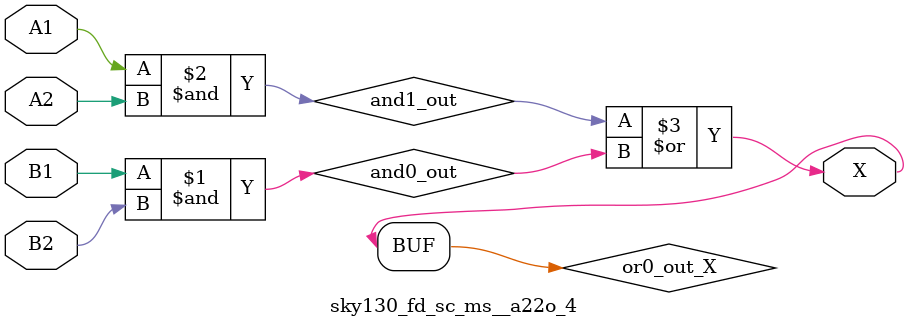
<source format=v>
/*
 * Copyright 2020 The SkyWater PDK Authors
 *
 * Licensed under the Apache License, Version 2.0 (the "License");
 * you may not use this file except in compliance with the License.
 * You may obtain a copy of the License at
 *
 *     https://www.apache.org/licenses/LICENSE-2.0
 *
 * Unless required by applicable law or agreed to in writing, software
 * distributed under the License is distributed on an "AS IS" BASIS,
 * WITHOUT WARRANTIES OR CONDITIONS OF ANY KIND, either express or implied.
 * See the License for the specific language governing permissions and
 * limitations under the License.
 *
 * SPDX-License-Identifier: Apache-2.0
*/


`ifndef SKY130_FD_SC_MS__A22O_4_FUNCTIONAL_V
`define SKY130_FD_SC_MS__A22O_4_FUNCTIONAL_V

/**
 * a22o: 2-input AND into both inputs of 2-input OR.
 *
 *       X = ((A1 & A2) | (B1 & B2))
 *
 * Verilog simulation functional model.
 */

`timescale 1ns / 1ps
`default_nettype none

`celldefine
module sky130_fd_sc_ms__a22o_4 (
    X ,
    A1,
    A2,
    B1,
    B2
);

    // Module ports
    output X ;
    input  A1;
    input  A2;
    input  B1;
    input  B2;

    // Local signals
    wire and0_out ;
    wire and1_out ;
    wire or0_out_X;

    //  Name  Output     Other arguments
    and and0 (and0_out , B1, B2            );
    and and1 (and1_out , A1, A2            );
    or  or0  (or0_out_X, and1_out, and0_out);
    buf buf0 (X        , or0_out_X         );

endmodule
`endcelldefine

`default_nettype wire
`endif  // SKY130_FD_SC_MS__A22O_4_FUNCTIONAL_V

</source>
